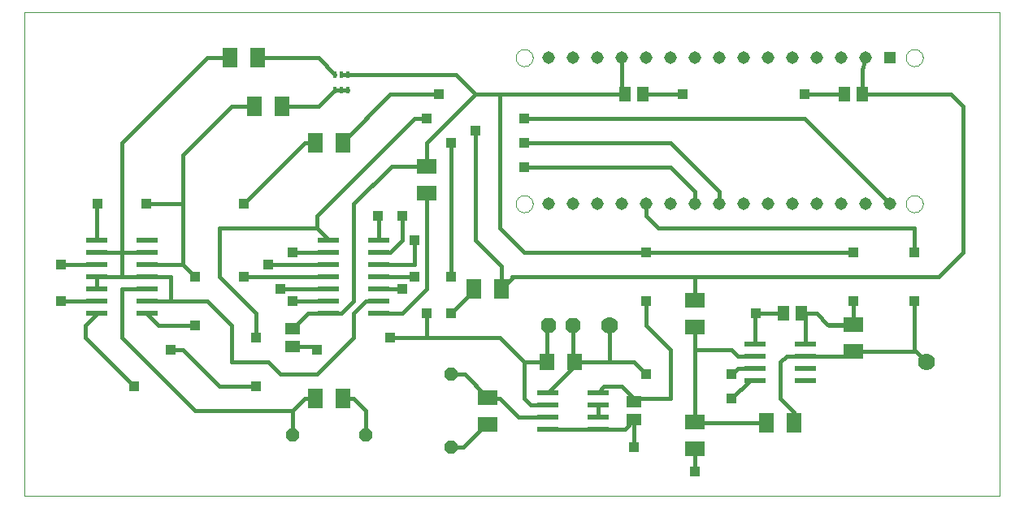
<source format=gtl>
G75*
%MOIN*%
%OFA0B0*%
%FSLAX24Y24*%
%IPPOS*%
%LPD*%
%AMOC8*
5,1,8,0,0,1.08239X$1,22.5*
%
%ADD10C,0.0000*%
%ADD11R,0.0866X0.0236*%
%ADD12R,0.0515X0.0515*%
%ADD13C,0.0515*%
%ADD14R,0.0157X0.0315*%
%ADD15C,0.0700*%
%ADD16R,0.0630X0.0787*%
%ADD17R,0.0787X0.0630*%
%ADD18R,0.0630X0.0709*%
%ADD19R,0.0512X0.0591*%
%ADD20R,0.0591X0.0512*%
%ADD21OC8,0.0630*%
%ADD22OC8,0.0520*%
%ADD23C,0.0160*%
%ADD24R,0.0396X0.0396*%
D10*
X000180Y000180D02*
X000180Y020050D01*
X040172Y020050D01*
X040172Y000180D01*
X000180Y000180D01*
X020330Y012180D02*
X020332Y012217D01*
X020338Y012254D01*
X020348Y012290D01*
X020361Y012325D01*
X020378Y012358D01*
X020399Y012389D01*
X020423Y012417D01*
X020450Y012443D01*
X020479Y012466D01*
X020510Y012486D01*
X020544Y012502D01*
X020579Y012515D01*
X020615Y012524D01*
X020652Y012529D01*
X020689Y012530D01*
X020726Y012527D01*
X020763Y012520D01*
X020799Y012509D01*
X020833Y012495D01*
X020866Y012477D01*
X020896Y012455D01*
X020924Y012431D01*
X020949Y012403D01*
X020972Y012373D01*
X020991Y012341D01*
X021006Y012307D01*
X021018Y012272D01*
X021026Y012236D01*
X021030Y012199D01*
X021030Y012161D01*
X021026Y012124D01*
X021018Y012088D01*
X021006Y012053D01*
X020991Y012019D01*
X020972Y011987D01*
X020949Y011957D01*
X020924Y011929D01*
X020896Y011905D01*
X020866Y011883D01*
X020833Y011865D01*
X020799Y011851D01*
X020763Y011840D01*
X020726Y011833D01*
X020689Y011830D01*
X020652Y011831D01*
X020615Y011836D01*
X020579Y011845D01*
X020544Y011858D01*
X020510Y011874D01*
X020479Y011894D01*
X020450Y011917D01*
X020423Y011943D01*
X020399Y011971D01*
X020378Y012002D01*
X020361Y012035D01*
X020348Y012070D01*
X020338Y012106D01*
X020332Y012143D01*
X020330Y012180D01*
X020330Y018180D02*
X020332Y018217D01*
X020338Y018254D01*
X020348Y018290D01*
X020361Y018325D01*
X020378Y018358D01*
X020399Y018389D01*
X020423Y018417D01*
X020450Y018443D01*
X020479Y018466D01*
X020510Y018486D01*
X020544Y018502D01*
X020579Y018515D01*
X020615Y018524D01*
X020652Y018529D01*
X020689Y018530D01*
X020726Y018527D01*
X020763Y018520D01*
X020799Y018509D01*
X020833Y018495D01*
X020866Y018477D01*
X020896Y018455D01*
X020924Y018431D01*
X020949Y018403D01*
X020972Y018373D01*
X020991Y018341D01*
X021006Y018307D01*
X021018Y018272D01*
X021026Y018236D01*
X021030Y018199D01*
X021030Y018161D01*
X021026Y018124D01*
X021018Y018088D01*
X021006Y018053D01*
X020991Y018019D01*
X020972Y017987D01*
X020949Y017957D01*
X020924Y017929D01*
X020896Y017905D01*
X020866Y017883D01*
X020833Y017865D01*
X020799Y017851D01*
X020763Y017840D01*
X020726Y017833D01*
X020689Y017830D01*
X020652Y017831D01*
X020615Y017836D01*
X020579Y017845D01*
X020544Y017858D01*
X020510Y017874D01*
X020479Y017894D01*
X020450Y017917D01*
X020423Y017943D01*
X020399Y017971D01*
X020378Y018002D01*
X020361Y018035D01*
X020348Y018070D01*
X020338Y018106D01*
X020332Y018143D01*
X020330Y018180D01*
X036330Y018180D02*
X036332Y018217D01*
X036338Y018254D01*
X036348Y018290D01*
X036361Y018325D01*
X036378Y018358D01*
X036399Y018389D01*
X036423Y018417D01*
X036450Y018443D01*
X036479Y018466D01*
X036510Y018486D01*
X036544Y018502D01*
X036579Y018515D01*
X036615Y018524D01*
X036652Y018529D01*
X036689Y018530D01*
X036726Y018527D01*
X036763Y018520D01*
X036799Y018509D01*
X036833Y018495D01*
X036866Y018477D01*
X036896Y018455D01*
X036924Y018431D01*
X036949Y018403D01*
X036972Y018373D01*
X036991Y018341D01*
X037006Y018307D01*
X037018Y018272D01*
X037026Y018236D01*
X037030Y018199D01*
X037030Y018161D01*
X037026Y018124D01*
X037018Y018088D01*
X037006Y018053D01*
X036991Y018019D01*
X036972Y017987D01*
X036949Y017957D01*
X036924Y017929D01*
X036896Y017905D01*
X036866Y017883D01*
X036833Y017865D01*
X036799Y017851D01*
X036763Y017840D01*
X036726Y017833D01*
X036689Y017830D01*
X036652Y017831D01*
X036615Y017836D01*
X036579Y017845D01*
X036544Y017858D01*
X036510Y017874D01*
X036479Y017894D01*
X036450Y017917D01*
X036423Y017943D01*
X036399Y017971D01*
X036378Y018002D01*
X036361Y018035D01*
X036348Y018070D01*
X036338Y018106D01*
X036332Y018143D01*
X036330Y018180D01*
X036330Y012180D02*
X036332Y012217D01*
X036338Y012254D01*
X036348Y012290D01*
X036361Y012325D01*
X036378Y012358D01*
X036399Y012389D01*
X036423Y012417D01*
X036450Y012443D01*
X036479Y012466D01*
X036510Y012486D01*
X036544Y012502D01*
X036579Y012515D01*
X036615Y012524D01*
X036652Y012529D01*
X036689Y012530D01*
X036726Y012527D01*
X036763Y012520D01*
X036799Y012509D01*
X036833Y012495D01*
X036866Y012477D01*
X036896Y012455D01*
X036924Y012431D01*
X036949Y012403D01*
X036972Y012373D01*
X036991Y012341D01*
X037006Y012307D01*
X037018Y012272D01*
X037026Y012236D01*
X037030Y012199D01*
X037030Y012161D01*
X037026Y012124D01*
X037018Y012088D01*
X037006Y012053D01*
X036991Y012019D01*
X036972Y011987D01*
X036949Y011957D01*
X036924Y011929D01*
X036896Y011905D01*
X036866Y011883D01*
X036833Y011865D01*
X036799Y011851D01*
X036763Y011840D01*
X036726Y011833D01*
X036689Y011830D01*
X036652Y011831D01*
X036615Y011836D01*
X036579Y011845D01*
X036544Y011858D01*
X036510Y011874D01*
X036479Y011894D01*
X036450Y011917D01*
X036423Y011943D01*
X036399Y011971D01*
X036378Y012002D01*
X036361Y012035D01*
X036348Y012070D01*
X036338Y012106D01*
X036332Y012143D01*
X036330Y012180D01*
D11*
X032204Y006430D03*
X032204Y005930D03*
X032204Y005430D03*
X032204Y004930D03*
X030156Y004930D03*
X030156Y005430D03*
X030156Y005930D03*
X030156Y006430D03*
X023704Y004430D03*
X023704Y003930D03*
X023704Y003430D03*
X023704Y002930D03*
X021656Y002930D03*
X021656Y003430D03*
X021656Y003930D03*
X021656Y004430D03*
X014704Y007680D03*
X014704Y008180D03*
X014704Y008680D03*
X014704Y009180D03*
X014704Y009680D03*
X014704Y010180D03*
X014704Y010680D03*
X012656Y010680D03*
X012656Y010180D03*
X012656Y009680D03*
X012656Y009180D03*
X012656Y008680D03*
X012656Y008180D03*
X012656Y007680D03*
X005204Y007680D03*
X005204Y008180D03*
X005204Y008680D03*
X005204Y009180D03*
X005204Y009680D03*
X005204Y010180D03*
X005204Y010680D03*
X003156Y010680D03*
X003156Y010180D03*
X003156Y009680D03*
X003156Y009180D03*
X003156Y008680D03*
X003156Y008180D03*
X003156Y007680D03*
D12*
X035680Y018180D03*
D13*
X034680Y018180D03*
X033680Y018180D03*
X032680Y018180D03*
X031680Y018180D03*
X030680Y018180D03*
X029680Y018180D03*
X028680Y018180D03*
X027680Y018180D03*
X026680Y018180D03*
X025680Y018180D03*
X024680Y018180D03*
X023680Y018180D03*
X022680Y018180D03*
X021680Y018180D03*
X021680Y012180D03*
X022680Y012180D03*
X023680Y012180D03*
X024680Y012180D03*
X025680Y012180D03*
X026680Y012180D03*
X027680Y012180D03*
X028680Y012180D03*
X029680Y012180D03*
X030680Y012180D03*
X031680Y012180D03*
X032680Y012180D03*
X033680Y012180D03*
X034680Y012180D03*
X035680Y012180D03*
D14*
X013436Y016865D03*
X013180Y016865D03*
X012924Y016865D03*
X012924Y017495D03*
X013180Y017495D03*
X013436Y017495D03*
D15*
X024180Y007180D03*
X037180Y005680D03*
D16*
X031731Y003180D03*
X030629Y003180D03*
X019731Y008680D03*
X018629Y008680D03*
X013231Y004180D03*
X012129Y004180D03*
X012129Y014680D03*
X013231Y014680D03*
X010731Y016180D03*
X009629Y016180D03*
X009731Y018180D03*
X008629Y018180D03*
D17*
X016680Y013731D03*
X016680Y012629D03*
X027680Y008231D03*
X027680Y007129D03*
X034180Y007231D03*
X034180Y006129D03*
X027680Y003231D03*
X027680Y002129D03*
X019180Y003129D03*
X019180Y004231D03*
D18*
X021629Y005680D03*
X022731Y005680D03*
D19*
X031306Y007680D03*
X032054Y007680D03*
X033806Y016680D03*
X034554Y016680D03*
X025554Y016680D03*
X024806Y016680D03*
D20*
X011180Y007054D03*
X011180Y006306D03*
X025180Y004054D03*
X025180Y003306D03*
D21*
X022680Y007180D03*
X021680Y007180D03*
D22*
X017680Y005180D03*
X014180Y002680D03*
X011180Y002680D03*
X017680Y002180D03*
D23*
X018180Y002180D01*
X019129Y003129D01*
X019180Y003129D01*
X019680Y004180D02*
X020430Y003430D01*
X021656Y003430D01*
X021656Y003930D02*
X020930Y003930D01*
X020680Y004180D01*
X020680Y005680D01*
X019680Y006680D01*
X016680Y006680D01*
X015180Y006680D01*
X013680Y006680D02*
X013680Y007680D01*
X014180Y008180D01*
X014704Y008180D01*
X014704Y007680D02*
X015680Y007680D01*
X016680Y008680D01*
X016680Y012629D01*
X015680Y011680D02*
X015680Y010680D01*
X015180Y010180D01*
X014704Y010180D01*
X014704Y009680D02*
X016180Y009680D01*
X016180Y010680D01*
X014704Y010680D02*
X014704Y011656D01*
X014680Y011680D01*
X013680Y012180D02*
X015231Y013731D01*
X016680Y013731D01*
X016680Y014680D01*
X018680Y016680D01*
X017865Y017495D01*
X013436Y017495D01*
X013180Y017495D01*
X012924Y017495D02*
X012239Y018180D01*
X009731Y018180D01*
X008629Y018180D02*
X007680Y018180D01*
X004180Y014680D01*
X004180Y010180D01*
X004180Y009180D01*
X005204Y009180D01*
X006180Y009180D01*
X006180Y008180D01*
X007680Y008180D01*
X008680Y007180D01*
X008680Y005680D01*
X010180Y005680D01*
X010680Y005180D01*
X012180Y005180D01*
X013680Y006680D01*
X012180Y006180D02*
X012054Y006306D01*
X011180Y006306D01*
X011180Y007054D02*
X011806Y007680D01*
X012656Y007680D01*
X013180Y007680D01*
X013680Y008180D01*
X013680Y012180D01*
X012180Y011680D02*
X012180Y011180D01*
X008180Y011180D01*
X008180Y009180D01*
X009680Y007680D01*
X009680Y006680D01*
X007180Y007180D02*
X005680Y007180D01*
X005204Y007656D01*
X005204Y007680D01*
X005204Y008180D02*
X006180Y008180D01*
X005204Y008680D02*
X004180Y008680D01*
X004180Y006680D01*
X007180Y003680D01*
X011180Y003680D01*
X011680Y004180D01*
X012129Y004180D01*
X011180Y003680D02*
X011180Y002680D01*
X013231Y004180D02*
X013680Y004180D01*
X014180Y003680D01*
X014180Y002680D01*
X017680Y005180D02*
X018231Y005180D01*
X019180Y004231D01*
X019231Y004180D01*
X019680Y004180D01*
X021656Y004430D02*
X022731Y005505D01*
X022731Y005680D01*
X024180Y005680D01*
X025180Y005680D01*
X025680Y005180D01*
X024680Y004680D02*
X025180Y004180D01*
X026680Y004180D01*
X026680Y006180D01*
X025680Y007180D01*
X025680Y008180D01*
X024180Y007180D02*
X024180Y005680D01*
X022731Y005680D02*
X022680Y005731D01*
X022680Y007180D01*
X021680Y007180D02*
X021629Y007129D01*
X021629Y005680D01*
X020680Y005680D01*
X023704Y004430D02*
X023954Y004680D01*
X024680Y004680D01*
X025180Y004180D02*
X025180Y004054D01*
X025180Y003306D02*
X025180Y002180D01*
X024804Y002930D02*
X023704Y002930D01*
X021656Y002930D01*
X023704Y003430D02*
X023704Y003930D01*
X024804Y002930D02*
X025180Y003306D01*
X027680Y003231D02*
X027731Y003180D01*
X030629Y003180D01*
X031731Y003180D02*
X031731Y003629D01*
X031180Y004180D01*
X031180Y005680D01*
X031430Y005930D01*
X032204Y005930D01*
X033981Y005930D01*
X034180Y006129D01*
X036680Y006129D01*
X036680Y008180D01*
X037680Y009180D02*
X027680Y009180D01*
X020180Y009180D01*
X020180Y009129D01*
X019731Y008680D01*
X019731Y009629D01*
X018680Y010680D01*
X018680Y015180D01*
X017680Y014680D02*
X017680Y009180D01*
X018629Y008680D02*
X018629Y008629D01*
X017680Y007680D01*
X017629Y007731D01*
X016680Y007680D02*
X016680Y006680D01*
X015680Y008680D02*
X014704Y008680D01*
X014704Y009180D02*
X016180Y009180D01*
X012656Y009180D02*
X009180Y009180D01*
X010180Y009680D02*
X012656Y009680D01*
X012656Y010180D02*
X011180Y010180D01*
X012180Y011180D02*
X012656Y010704D01*
X012656Y010680D01*
X012180Y011680D02*
X016180Y015680D01*
X016680Y015680D01*
X017180Y016680D02*
X015180Y016680D01*
X013231Y014731D01*
X013231Y014680D01*
X012129Y014680D02*
X011680Y014680D01*
X009180Y012180D01*
X006680Y012180D02*
X005180Y012180D01*
X006680Y012180D02*
X006680Y014180D01*
X008680Y016180D01*
X009629Y016180D01*
X010731Y016180D02*
X012239Y016180D01*
X012924Y016865D01*
X013180Y016865D01*
X013436Y016865D01*
X018680Y016680D02*
X019680Y016680D01*
X019680Y011180D01*
X020680Y010180D01*
X025680Y010180D01*
X034180Y010180D01*
X036680Y010180D02*
X036680Y011180D01*
X026180Y011180D01*
X025680Y011680D01*
X025680Y012180D01*
X026680Y013680D02*
X027680Y012680D01*
X027680Y012180D01*
X028680Y012180D02*
X028680Y012680D01*
X026680Y014680D01*
X020680Y014680D01*
X020680Y013680D02*
X026680Y013680D01*
X032180Y015680D02*
X020680Y015680D01*
X019680Y016680D02*
X024806Y016680D01*
X024680Y016806D01*
X024680Y018180D01*
X025554Y016680D02*
X027180Y016680D01*
X032180Y016680D02*
X033806Y016680D01*
X034554Y016680D02*
X038180Y016680D01*
X038680Y016180D01*
X038680Y010180D01*
X037680Y009180D01*
X034180Y008180D02*
X034180Y007180D01*
X033180Y007180D01*
X033129Y007231D01*
X032680Y007680D01*
X032180Y007680D01*
X032204Y007656D01*
X032204Y006430D01*
X032204Y007530D01*
X032054Y007680D01*
X032180Y007680D01*
X031306Y007680D02*
X030180Y007680D01*
X030156Y007656D01*
X030156Y006430D01*
X030156Y005930D02*
X029430Y005930D01*
X029180Y006180D01*
X027680Y006180D01*
X027680Y003231D01*
X029180Y004180D02*
X029930Y004930D01*
X030156Y004930D01*
X030156Y005430D02*
X029430Y005430D01*
X029180Y005180D01*
X027680Y006180D02*
X027680Y007129D01*
X027680Y008231D02*
X027680Y009180D01*
X033129Y007231D02*
X034180Y007231D01*
X036680Y006129D02*
X036731Y006129D01*
X037180Y005680D01*
X027680Y002129D02*
X027680Y001180D01*
X012656Y008180D02*
X011180Y008180D01*
X010680Y008680D02*
X012656Y008680D01*
X007180Y009180D02*
X006680Y009680D01*
X006680Y012180D01*
X003180Y012180D02*
X003156Y012156D01*
X003156Y010680D01*
X003156Y010180D02*
X004180Y010180D01*
X005204Y010180D01*
X005204Y009680D02*
X006680Y009680D01*
X004180Y009180D02*
X003156Y009180D01*
X003156Y008680D01*
X003156Y008180D02*
X001680Y008180D01*
X002680Y007180D02*
X003156Y007656D01*
X003156Y007680D01*
X002680Y007180D02*
X002680Y006680D01*
X004680Y004680D01*
X006180Y006180D02*
X006680Y006180D01*
X008180Y004680D01*
X009680Y004680D01*
X003156Y009680D02*
X001680Y009680D01*
X032180Y015680D02*
X035680Y012180D01*
X034554Y016680D02*
X034554Y017680D01*
X034680Y018180D01*
D24*
X032180Y016680D03*
X027180Y016680D03*
X020680Y015680D03*
X020680Y014680D03*
X020680Y013680D03*
X018680Y015180D03*
X017680Y014680D03*
X016680Y015680D03*
X017180Y016680D03*
X009180Y012180D03*
X011180Y010180D03*
X010180Y009680D03*
X009180Y009180D03*
X010680Y008680D03*
X011180Y008180D03*
X009680Y006680D03*
X007180Y007180D03*
X006180Y006180D03*
X004680Y004680D03*
X009680Y004680D03*
X012180Y006180D03*
X015180Y006680D03*
X016680Y007680D03*
X017680Y007680D03*
X015680Y008680D03*
X016180Y009180D03*
X017680Y009180D03*
X016180Y010680D03*
X015680Y011680D03*
X014680Y011680D03*
X007180Y009180D03*
X001680Y009680D03*
X001680Y008180D03*
X003180Y012180D03*
X005180Y012180D03*
X025180Y002180D03*
X027680Y001180D03*
X029180Y004180D03*
X029180Y005180D03*
X025680Y005180D03*
X030180Y007680D03*
X034180Y008180D03*
X036680Y008180D03*
X036680Y010180D03*
X034180Y010180D03*
X025680Y010180D03*
X025680Y008180D03*
M02*

</source>
